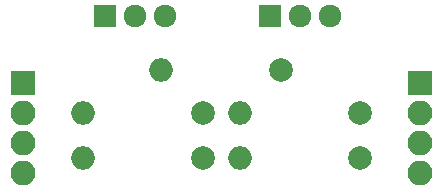
<source format=gbs>
G04 #@! TF.FileFunction,Soldermask,Bot*
%FSLAX46Y46*%
G04 Gerber Fmt 4.6, Leading zero omitted, Abs format (unit mm)*
G04 Created by KiCad (PCBNEW 4.0.7) date 01/13/19 00:03:42*
%MOMM*%
%LPD*%
G01*
G04 APERTURE LIST*
%ADD10C,0.100000*%
%ADD11R,2.100000X2.100000*%
%ADD12O,2.100000X2.100000*%
%ADD13C,1.920000*%
%ADD14R,1.920000X1.920000*%
%ADD15C,2.000000*%
%ADD16O,2.000000X2.000000*%
G04 APERTURE END LIST*
D10*
D11*
X114300000Y-135255000D03*
D12*
X114300000Y-137795000D03*
X114300000Y-140335000D03*
X114300000Y-142875000D03*
D11*
X147955000Y-135255000D03*
D12*
X147955000Y-137795000D03*
X147955000Y-140335000D03*
X147955000Y-142875000D03*
D13*
X137795000Y-129540000D03*
X140335000Y-129540000D03*
D14*
X135255000Y-129540000D03*
D13*
X123825000Y-129540000D03*
X126365000Y-129540000D03*
D14*
X121285000Y-129540000D03*
D15*
X129540000Y-137795000D03*
D16*
X119380000Y-137795000D03*
D15*
X136144000Y-134112000D03*
D16*
X125984000Y-134112000D03*
D15*
X142875000Y-137795000D03*
D16*
X132715000Y-137795000D03*
D15*
X142875000Y-141605000D03*
D16*
X132715000Y-141605000D03*
D15*
X129540000Y-141605000D03*
D16*
X119380000Y-141605000D03*
M02*

</source>
